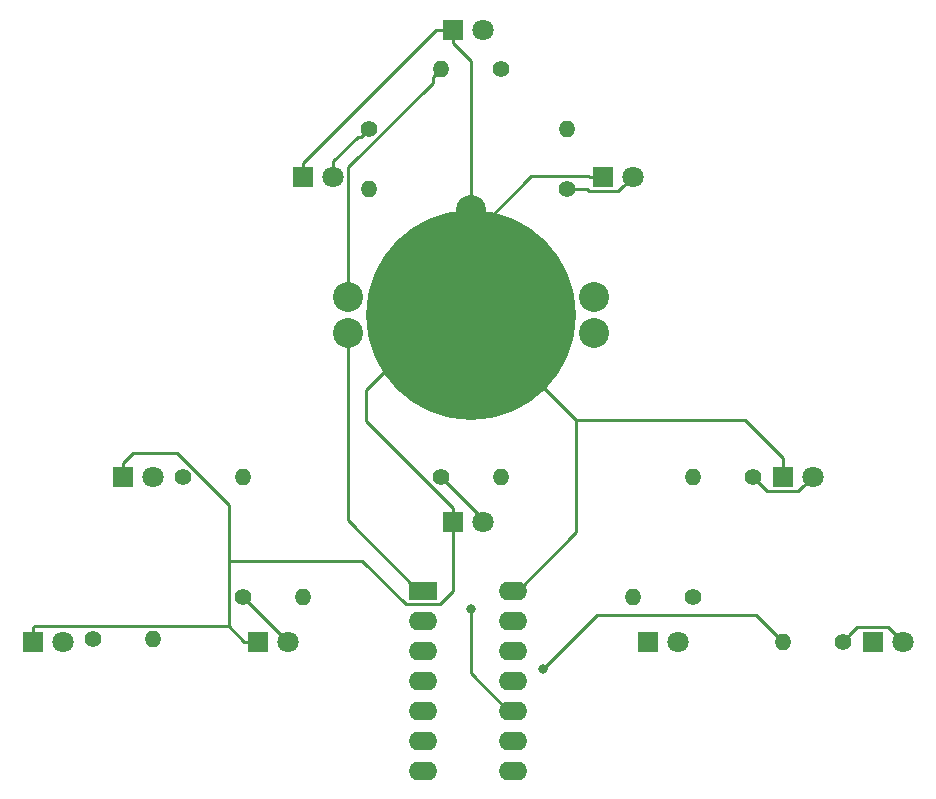
<source format=gbr>
G04 #@! TF.GenerationSoftware,KiCad,Pcbnew,(5.0.0)*
G04 #@! TF.CreationDate,2018-12-05T15:31:39-05:00*
G04 #@! TF.ProjectId,Christmas Ornament,4368726973746D6173204F726E616D65,rev?*
G04 #@! TF.SameCoordinates,Original*
G04 #@! TF.FileFunction,Copper,L2,Bot,Signal*
G04 #@! TF.FilePolarity,Positive*
%FSLAX46Y46*%
G04 Gerber Fmt 4.6, Leading zero omitted, Abs format (unit mm)*
G04 Created by KiCad (PCBNEW (5.0.0)) date 12/05/18 15:31:39*
%MOMM*%
%LPD*%
G01*
G04 APERTURE LIST*
G04 #@! TA.AperFunction,ComponentPad*
%ADD10C,2.540000*%
G04 #@! TD*
G04 #@! TA.AperFunction,BGAPad,CuDef*
%ADD11C,17.780000*%
G04 #@! TD*
G04 #@! TA.AperFunction,ComponentPad*
%ADD12O,2.400000X1.600000*%
G04 #@! TD*
G04 #@! TA.AperFunction,ComponentPad*
%ADD13R,2.400000X1.600000*%
G04 #@! TD*
G04 #@! TA.AperFunction,ComponentPad*
%ADD14C,1.800000*%
G04 #@! TD*
G04 #@! TA.AperFunction,ComponentPad*
%ADD15R,1.800000X1.800000*%
G04 #@! TD*
G04 #@! TA.AperFunction,ComponentPad*
%ADD16O,1.400000X1.400000*%
G04 #@! TD*
G04 #@! TA.AperFunction,ComponentPad*
%ADD17C,1.400000*%
G04 #@! TD*
G04 #@! TA.AperFunction,ViaPad*
%ADD18C,0.800000*%
G04 #@! TD*
G04 #@! TA.AperFunction,Conductor*
%ADD19C,0.250000*%
G04 #@! TD*
G04 APERTURE END LIST*
D10*
G04 #@! TO.P,BT101,1*
G04 #@! TO.N,Net-(BT101-Pad1)*
X232918000Y-109220000D03*
X232918000Y-112268000D03*
X212090000Y-109220000D03*
X212090000Y-112268000D03*
D11*
G04 #@! TO.P,BT101,2*
G04 #@! TO.N,GND*
X222504000Y-110744000D03*
D10*
X222504000Y-101854000D03*
G04 #@! TD*
D12*
G04 #@! TO.P,U101,14*
G04 #@! TO.N,GND*
X226060000Y-134112000D03*
G04 #@! TO.P,U101,7*
G04 #@! TO.N,Net-(R108-Pad2)*
X218440000Y-149352000D03*
G04 #@! TO.P,U101,13*
G04 #@! TO.N,Net-(R101-Pad2)*
X226060000Y-136652000D03*
G04 #@! TO.P,U101,6*
G04 #@! TO.N,Net-(R109-Pad2)*
X218440000Y-146812000D03*
G04 #@! TO.P,U101,12*
G04 #@! TO.N,Net-(R102-Pad2)*
X226060000Y-139192000D03*
G04 #@! TO.P,U101,5*
G04 #@! TO.N,Net-(U101-Pad5)*
X218440000Y-144272000D03*
G04 #@! TO.P,U101,11*
G04 #@! TO.N,Net-(R103-Pad2)*
X226060000Y-141732000D03*
G04 #@! TO.P,U101,4*
G04 #@! TO.N,Net-(U101-Pad4)*
X218440000Y-141732000D03*
G04 #@! TO.P,U101,10*
G04 #@! TO.N,Net-(R104-Pad2)*
X226060000Y-144272000D03*
G04 #@! TO.P,U101,3*
G04 #@! TO.N,Net-(U101-Pad3)*
X218440000Y-139192000D03*
G04 #@! TO.P,U101,9*
G04 #@! TO.N,Net-(R105-Pad2)*
X226060000Y-146812000D03*
G04 #@! TO.P,U101,2*
G04 #@! TO.N,Net-(R110-Pad2)*
X218440000Y-136652000D03*
G04 #@! TO.P,U101,8*
G04 #@! TO.N,Net-(R107-Pad2)*
X226060000Y-149352000D03*
D13*
G04 #@! TO.P,U101,1*
G04 #@! TO.N,Net-(BT101-Pad1)*
X218440000Y-134112000D03*
G04 #@! TD*
D14*
G04 #@! TO.P,D101,2*
G04 #@! TO.N,Net-(D101-Pad2)*
X210820000Y-99060000D03*
D15*
G04 #@! TO.P,D101,1*
G04 #@! TO.N,GND*
X208280000Y-99060000D03*
G04 #@! TD*
G04 #@! TO.P,D103,1*
G04 #@! TO.N,GND*
X193040000Y-124460000D03*
D14*
G04 #@! TO.P,D103,2*
G04 #@! TO.N,Net-(D103-Pad2)*
X195580000Y-124460000D03*
G04 #@! TD*
G04 #@! TO.P,D104,2*
G04 #@! TO.N,Net-(D104-Pad2)*
X223520000Y-128270000D03*
D15*
G04 #@! TO.P,D104,1*
G04 #@! TO.N,GND*
X220980000Y-128270000D03*
G04 #@! TD*
G04 #@! TO.P,D105,1*
G04 #@! TO.N,GND*
X248920000Y-124460000D03*
D14*
G04 #@! TO.P,D105,2*
G04 #@! TO.N,Net-(D105-Pad2)*
X251460000Y-124460000D03*
G04 #@! TD*
G04 #@! TO.P,D106,2*
G04 #@! TO.N,Net-(D106-Pad2)*
X223520000Y-86614000D03*
D15*
G04 #@! TO.P,D106,1*
G04 #@! TO.N,GND*
X220980000Y-86614000D03*
G04 #@! TD*
G04 #@! TO.P,D107,1*
G04 #@! TO.N,GND*
X185420000Y-138430000D03*
D14*
G04 #@! TO.P,D107,2*
G04 #@! TO.N,Net-(D107-Pad2)*
X187960000Y-138430000D03*
G04 #@! TD*
G04 #@! TO.P,D108,2*
G04 #@! TO.N,Net-(D108-Pad2)*
X207010000Y-138430000D03*
D15*
G04 #@! TO.P,D108,1*
G04 #@! TO.N,GND*
X204470000Y-138430000D03*
G04 #@! TD*
G04 #@! TO.P,D109,1*
G04 #@! TO.N,GND*
X237490000Y-138430000D03*
D14*
G04 #@! TO.P,D109,2*
G04 #@! TO.N,Net-(D109-Pad2)*
X240030000Y-138430000D03*
G04 #@! TD*
G04 #@! TO.P,D110,2*
G04 #@! TO.N,Net-(D110-Pad2)*
X259080000Y-138430000D03*
D15*
G04 #@! TO.P,D110,1*
G04 #@! TO.N,GND*
X256540000Y-138430000D03*
G04 #@! TD*
D14*
G04 #@! TO.P,D102,2*
G04 #@! TO.N,Net-(D102-Pad2)*
X236220000Y-99060000D03*
D15*
G04 #@! TO.P,D102,1*
G04 #@! TO.N,GND*
X233680000Y-99060000D03*
G04 #@! TD*
D16*
G04 #@! TO.P,R101,2*
G04 #@! TO.N,Net-(R101-Pad2)*
X213868000Y-100076000D03*
D17*
G04 #@! TO.P,R101,1*
G04 #@! TO.N,Net-(D101-Pad2)*
X213868000Y-94996000D03*
G04 #@! TD*
G04 #@! TO.P,R102,1*
G04 #@! TO.N,Net-(D102-Pad2)*
X230632000Y-100076000D03*
D16*
G04 #@! TO.P,R102,2*
G04 #@! TO.N,Net-(R102-Pad2)*
X230632000Y-94996000D03*
G04 #@! TD*
G04 #@! TO.P,R103,2*
G04 #@! TO.N,Net-(R103-Pad2)*
X203200000Y-124460000D03*
D17*
G04 #@! TO.P,R103,1*
G04 #@! TO.N,Net-(D103-Pad2)*
X198120000Y-124460000D03*
G04 #@! TD*
G04 #@! TO.P,R104,1*
G04 #@! TO.N,Net-(D104-Pad2)*
X219964000Y-124460000D03*
D16*
G04 #@! TO.P,R104,2*
G04 #@! TO.N,Net-(R104-Pad2)*
X225044000Y-124460000D03*
G04 #@! TD*
G04 #@! TO.P,R105,2*
G04 #@! TO.N,Net-(R105-Pad2)*
X241300000Y-124460000D03*
D17*
G04 #@! TO.P,R105,1*
G04 #@! TO.N,Net-(D105-Pad2)*
X246380000Y-124460000D03*
G04 #@! TD*
G04 #@! TO.P,R106,1*
G04 #@! TO.N,Net-(D106-Pad2)*
X225044000Y-89916000D03*
D16*
G04 #@! TO.P,R106,2*
G04 #@! TO.N,Net-(BT101-Pad1)*
X219964000Y-89916000D03*
G04 #@! TD*
G04 #@! TO.P,R107,2*
G04 #@! TO.N,Net-(R107-Pad2)*
X195580000Y-138176000D03*
D17*
G04 #@! TO.P,R107,1*
G04 #@! TO.N,Net-(D107-Pad2)*
X190500000Y-138176000D03*
G04 #@! TD*
G04 #@! TO.P,R108,1*
G04 #@! TO.N,Net-(D108-Pad2)*
X203200000Y-134620000D03*
D16*
G04 #@! TO.P,R108,2*
G04 #@! TO.N,Net-(R108-Pad2)*
X208280000Y-134620000D03*
G04 #@! TD*
G04 #@! TO.P,R109,2*
G04 #@! TO.N,Net-(R109-Pad2)*
X236220000Y-134620000D03*
D17*
G04 #@! TO.P,R109,1*
G04 #@! TO.N,Net-(D109-Pad2)*
X241300000Y-134620000D03*
G04 #@! TD*
G04 #@! TO.P,R110,1*
G04 #@! TO.N,Net-(D110-Pad2)*
X254000000Y-138430000D03*
D16*
G04 #@! TO.P,R110,2*
G04 #@! TO.N,Net-(R110-Pad2)*
X248920000Y-138430000D03*
G04 #@! TD*
D18*
G04 #@! TO.N,Net-(R110-Pad2)*
X228600000Y-140716000D03*
G04 #@! TO.N,Net-(R104-Pad2)*
X222504000Y-135636000D03*
G04 #@! TD*
D19*
G04 #@! TO.N,Net-(D110-Pad2)*
X254699999Y-137730001D02*
X254000000Y-138430000D01*
X255225001Y-137204999D02*
X254699999Y-137730001D01*
X257854999Y-137204999D02*
X255225001Y-137204999D01*
X259080000Y-138430000D02*
X257854999Y-137204999D01*
G04 #@! TO.N,Net-(R110-Pad2)*
X246634000Y-136144000D02*
X248920000Y-138430000D01*
X228600000Y-140716000D02*
X233172000Y-136144000D01*
X233172000Y-136144000D02*
X246634000Y-136144000D01*
G04 #@! TO.N,Net-(D108-Pad2)*
X203200000Y-134620000D02*
X207010000Y-138430000D01*
G04 #@! TO.N,Net-(D105-Pad2)*
X250560001Y-125359999D02*
X251460000Y-124460000D01*
X250234999Y-125685001D02*
X250560001Y-125359999D01*
X247605001Y-125685001D02*
X250234999Y-125685001D01*
X246380000Y-124460000D02*
X247605001Y-125685001D01*
G04 #@! TO.N,Net-(D104-Pad2)*
X223520000Y-128016000D02*
X223520000Y-128270000D01*
X219964000Y-124460000D02*
X223520000Y-128016000D01*
G04 #@! TO.N,Net-(R104-Pad2)*
X225660000Y-144272000D02*
X226060000Y-144272000D01*
X222504000Y-141116000D02*
X225660000Y-144272000D01*
X222504000Y-135636000D02*
X222504000Y-141116000D01*
G04 #@! TO.N,Net-(D102-Pad2)*
X235320001Y-99959999D02*
X236220000Y-99060000D01*
X234994999Y-100285001D02*
X235320001Y-99959999D01*
X232519999Y-100285001D02*
X234994999Y-100285001D01*
X232310998Y-100076000D02*
X232519999Y-100285001D01*
X230632000Y-100076000D02*
X232310998Y-100076000D01*
G04 #@! TO.N,Net-(D101-Pad2)*
X210820000Y-97787208D02*
X210820000Y-99060000D01*
X212911209Y-95695999D02*
X210820000Y-97787208D01*
X213168001Y-95695999D02*
X212911209Y-95695999D01*
X213868000Y-94996000D02*
X213168001Y-95695999D01*
G04 #@! TO.N,GND*
X219964000Y-110744000D02*
X222504000Y-110744000D01*
X213614001Y-117093999D02*
X219964000Y-110744000D01*
X213614001Y-119754001D02*
X213614001Y-117093999D01*
X220980000Y-128270000D02*
X220980000Y-127120000D01*
X232520999Y-99050999D02*
X227593001Y-99050999D01*
X233680000Y-99060000D02*
X232530000Y-99060000D01*
X232530000Y-99060000D02*
X232520999Y-99050999D01*
X222504000Y-104140000D02*
X222504000Y-110744000D01*
X227593001Y-99050999D02*
X222504000Y-104140000D01*
X208280000Y-99060000D02*
X208280000Y-97910000D01*
X231393999Y-129178001D02*
X231393999Y-119633999D01*
X226460000Y-134112000D02*
X231393999Y-129178001D01*
X226060000Y-134112000D02*
X226460000Y-134112000D01*
X231393999Y-119633999D02*
X222504000Y-110744000D01*
X245692601Y-119633999D02*
X231393999Y-119633999D01*
X248920000Y-122861398D02*
X245692601Y-119633999D01*
X248920000Y-124460000D02*
X248920000Y-122861398D01*
X185420000Y-137280000D02*
X185420000Y-138430000D01*
X185549001Y-137150999D02*
X185420000Y-137280000D01*
X202040999Y-137150999D02*
X185549001Y-137150999D01*
X203320000Y-138430000D02*
X202040999Y-137150999D01*
X204470000Y-138430000D02*
X203320000Y-138430000D01*
X193040000Y-123310000D02*
X193040000Y-124460000D01*
X197605002Y-122428000D02*
X193922000Y-122428000D01*
X193922000Y-122428000D02*
X193040000Y-123310000D01*
X202040999Y-126863997D02*
X197605002Y-122428000D01*
X220980000Y-129420000D02*
X220980000Y-128270000D01*
X219900001Y-135237001D02*
X220980000Y-134157002D01*
X216979999Y-135237001D02*
X219900001Y-135237001D01*
X213314998Y-131572000D02*
X216979999Y-135237001D01*
X202040999Y-131572000D02*
X213314998Y-131572000D01*
X220980000Y-134157002D02*
X220980000Y-129420000D01*
X202040999Y-137150999D02*
X202040999Y-131572000D01*
X202040999Y-131572000D02*
X202040999Y-126863997D01*
X222504000Y-98171642D02*
X222504000Y-110744000D01*
X222504000Y-89288000D02*
X222504000Y-98171642D01*
X220980000Y-87764000D02*
X222504000Y-89288000D01*
X220980000Y-86614000D02*
X220980000Y-87764000D01*
X219576000Y-86614000D02*
X220980000Y-86614000D01*
X208280000Y-97910000D02*
X219576000Y-86614000D01*
X220980000Y-127120000D02*
X213614001Y-119754001D01*
G04 #@! TO.N,Net-(BT101-Pad1)*
X218040000Y-134112000D02*
X218440000Y-134112000D01*
X212090000Y-128162000D02*
X218040000Y-134112000D01*
X212090000Y-112268000D02*
X212090000Y-128162000D01*
X219264001Y-90615999D02*
X219964000Y-89916000D01*
X219264001Y-91117001D02*
X219264001Y-90615999D01*
X212090000Y-98291002D02*
X219264001Y-91117001D01*
X212090000Y-109220000D02*
X212090000Y-98291002D01*
G04 #@! TD*
M02*

</source>
